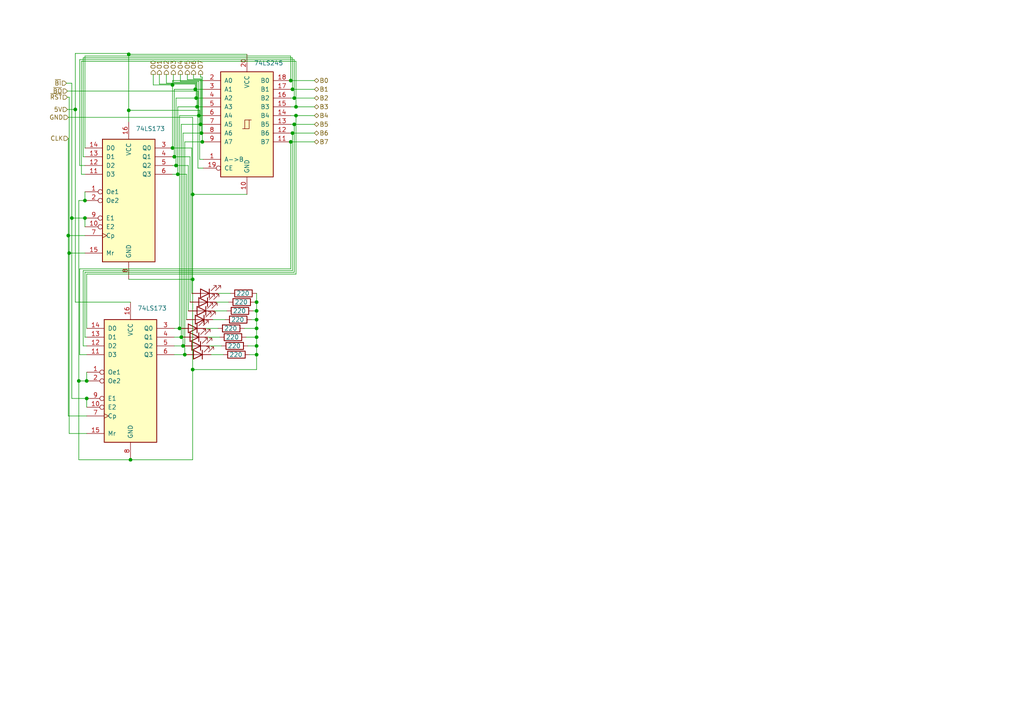
<source format=kicad_sch>
(kicad_sch (version 20211123) (generator eeschema)
  (paper "A4")
  (lib_symbols
    (symbol "74xx:74LS173" (pin_names (offset 1.016))
      (property "Reference" "U" (at -7.62 19.05 0))
      (property "Value" "74LS173" (at -7.62 -19.05 0))
      (symbol "74LS173_1_0"
        (pin input inverted (at -12.7 2.54 0) (length 5.08) (name "Oe1") (number "1"))
        (pin input inverted (at -12.7 -7.62 0) (length 5.08) (name "E2") (number "10"))
        (pin input line (at -12.7 7.62 0) (length 5.08) (name "D3") (number "11"))
        (pin input line (at -12.7 10.16 0) (length 5.08) (name "D2") (number "12"))
        (pin input line (at -12.7 12.7 0) (length 5.08) (name "D1") (number "13"))
        (pin input line (at -12.7 15.24 0) (length 5.08) (name "D0") (number "14"))
        (pin input line (at -12.7 -15.24 0) (length 5.08) (name "Mr") (number "15"))
        (pin power_in line (at 0 22.86 270) (length 5.08) (name "VCC") (number "16"))
        (pin input inverted (at -12.7 0 0) (length 5.08) (name "Oe2") (number "2"))
        (pin tri_state line (at 12.7 15.24 180) (length 5.08) (name "Q0") (number "3"))
        (pin tri_state line (at 12.7 12.7 180) (length 5.08) (name "Q1") (number "4"))
        (pin tri_state line (at 12.7 10.16 180) (length 5.08) (name "Q2") (number "5"))
        (pin tri_state line (at 12.7 7.62 180) (length 5.08) (name "Q3") (number "6"))
        (pin input clock (at -12.7 -10.16 0) (length 5.08) (name "Cp") (number "7"))
        (pin power_in line (at 0 -22.86 90) (length 5.08) (name "GND") (number "8"))
        (pin input inverted (at -12.7 -5.08 0) (length 5.08) (name "E1") (number "9"))
      )
      (symbol "74LS173_1_1"
        (rectangle (start -7.62 17.78) (end 7.62 -17.78) (stroke (width 0.254)) (fill (type background)))
      )
    )
    (symbol "74xx:74LS245" (pin_names (offset 1.016))
      (property "Reference" "U" (at -7.62 16.51 0))
      (property "Value" "74LS245" (at -7.62 -16.51 0))
      (symbol "74LS245_1_0"
        (polyline (pts (xy -0.635 -1.27) (xy -0.635 1.27) (xy 0.635 1.27)))
        (polyline (pts (xy -1.27 -1.27) (xy 0.635 -1.27) (xy 0.635 1.27) (xy 1.27 1.27)))
        (pin input line (at -12.7 -10.16 0) (length 5.08) (name "A->B") (number "1"))
        (pin power_in line (at 0 -20.32 90) (length 5.08) (name "GND") (number "10"))
        (pin tri_state line (at 12.7 -5.08 180) (length 5.08) (name "B7") (number "11"))
        (pin tri_state line (at 12.7 -2.54 180) (length 5.08) (name "B6") (number "12"))
        (pin tri_state line (at 12.7 0 180) (length 5.08) (name "B5") (number "13"))
        (pin tri_state line (at 12.7 2.54 180) (length 5.08) (name "B4") (number "14"))
        (pin tri_state line (at 12.7 5.08 180) (length 5.08) (name "B3") (number "15"))
        (pin tri_state line (at 12.7 7.62 180) (length 5.08) (name "B2") (number "16"))
        (pin tri_state line (at 12.7 10.16 180) (length 5.08) (name "B1") (number "17"))
        (pin tri_state line (at 12.7 12.7 180) (length 5.08) (name "B0") (number "18"))
        (pin input inverted (at -12.7 -12.7 0) (length 5.08) (name "CE") (number "19"))
        (pin tri_state line (at -12.7 12.7 0) (length 5.08) (name "A0") (number "2"))
        (pin power_in line (at 0 20.32 270) (length 5.08) (name "VCC") (number "20"))
        (pin tri_state line (at -12.7 10.16 0) (length 5.08) (name "A1") (number "3"))
        (pin tri_state line (at -12.7 7.62 0) (length 5.08) (name "A2") (number "4"))
        (pin tri_state line (at -12.7 5.08 0) (length 5.08) (name "A3") (number "5"))
        (pin tri_state line (at -12.7 2.54 0) (length 5.08) (name "A4") (number "6"))
        (pin tri_state line (at -12.7 0 0) (length 5.08) (name "A5") (number "7"))
        (pin tri_state line (at -12.7 -2.54 0) (length 5.08) (name "A6") (number "8"))
        (pin tri_state line (at -12.7 -5.08 0) (length 5.08) (name "A7") (number "9"))
      )
      (symbol "74LS245_1_1"
        (rectangle (start -7.62 15.24) (end 7.62 -15.24) (stroke (width 0.254)) (fill (type background)))
      )
    )
    (symbol "Device:LED" (pin_numbers hide) (pin_names (offset 1.016) hide)
      (property "Reference" "D" (at 0 2.54 0))
      (property "Value" "LED" (at 0 -2.54 0))
      (symbol "LED_0_1"
        (polyline (pts (xy -1.27 -1.27) (xy -1.27 1.27)) (stroke (width 0.254)))
        (polyline (pts (xy -1.27 0) (xy 1.27 0)))
        (polyline (pts (xy 1.27 -1.27) (xy 1.27 1.27) (xy -1.27 0) (xy 1.27 -1.27)) (stroke (width 0.254)))
        (polyline (pts (xy -3.048 -0.762) (xy -4.572 -2.286) (xy -3.81 -2.286) (xy -4.572 -2.286) (xy -4.572 -1.524)))
        (polyline (pts (xy -1.778 -0.762) (xy -3.302 -2.286) (xy -2.54 -2.286) (xy -3.302 -2.286) (xy -3.302 -1.524)))
      )
      (symbol "LED_1_1"
        (pin passive line (at -3.81 0 0) (length 2.54) (name "K") (number "1"))
        (pin passive line (at 3.81 0 180) (length 2.54) (name "A") (number "2"))
      )
    )
    (symbol "Device:R" (pin_numbers hide) (pin_names (offset 0))
      (property "Reference" "R" (at 2.032 0 90))
      (property "Value" "R" (at 0 0 90))
      (symbol "R_0_1"
        (rectangle (start -1.016 -2.54) (end 1.016 2.54) (stroke (width 0.254)))
      )
      (symbol "R_1_1"
        (pin passive line (at 0 3.81 270) (length 1.27) (name "~") (number "1"))
        (pin passive line (at 0 -3.81 90) (length 1.27) (name "~") (number "2"))
      )
    )
  )
  (junction (at 55.88 107.188))
  (junction (at 52.07 95.25))
  (junction (at 57.15 30.988))
  (junction (at 50.038 42.926))
  (junction (at 84.836 38.608))
  (junction (at 58.674 41.148))
  (junction (at 52.578 97.79))
  (junction (at 74.422 92.71))
  (junction (at 53.086 100.33))
  (junction (at 74.422 100.33))
  (junction (at 57.658 33.528))
  (junction (at 84.836 25.908))
  (junction (at 37.338 15.748))
  (junction (at 20.828 63.246))
  (junction (at 85.344 36.068))
  (junction (at 51.562 50.546))
  (junction (at 85.852 30.988))
  (junction (at 51.054 48.006))
  (junction (at 55.88 81.026))
  (junction (at 50.038 24.638))
  (junction (at 74.422 90.17))
  (junction (at 58.42 38.608))
  (junction (at 37.338 32.004))
  (junction (at 55.88 56.388))
  (junction (at 84.328 41.148))
  (junction (at 24.638 63.246))
  (junction (at 50.546 45.466))
  (junction (at 24.638 58.166))
  (junction (at 85.344 28.448))
  (junction (at 84.328 23.368))
  (junction (at 37.846 133.35))
  (junction (at 85.852 33.528))
  (junction (at 22.86 110.49))
  (junction (at 20.066 73.406))
  (junction (at 21.844 31.75))
  (junction (at 74.422 102.87))
  (junction (at 25.146 110.49))
  (junction (at 74.422 97.79))
  (junction (at 74.422 95.25))
  (junction (at 19.812 68.326))
  (junction (at 53.594 102.87))
  (junction (at 56.642 25.908))
  (junction (at 74.422 87.63))
  (junction (at 25.146 115.57))
  (junction (at 58.166 36.068))
  (junction (at 56.896 28.448))
  (wire (pts (xy 21.844 15.494) (xy 37.338 15.494)))
  (wire (pts (xy 37.338 15.748) (xy 37.338 32.004)))
  (wire (pts (xy 24.13 16.764) (xy 24.13 45.466)))
  (wire (pts (xy 24.13 100.33) (xy 24.13 78.486)))
  (wire (pts (xy 57.912 46.228) (xy 57.912 32.004)))
  (wire (pts (xy 85.852 33.528) (xy 91.186 33.528)))
  (wire (pts (xy 50.038 50.546) (xy 51.562 50.546)))
  (wire (pts (xy 24.638 16.256) (xy 84.328 16.256)))
  (wire (pts (xy 58.166 23.114) (xy 58.166 36.068)))
  (wire (pts (xy 50.546 95.25) (xy 52.07 95.25)))
  (wire (pts (xy 84.328 38.608) (xy 84.836 38.608)))
  (wire (pts (xy 37.338 32.004) (xy 37.338 35.306)))
  (wire (pts (xy 57.658 33.528) (xy 58.928 33.528)))
  (wire (pts (xy 19.812 40.132) (xy 19.812 68.326)))
  (wire (pts (xy 20.828 24.13) (xy 20.828 63.246)))
  (wire (pts (xy 84.328 23.368) (xy 91.186 23.368)))
  (wire (pts (xy 60.198 97.79) (xy 63.754 97.79)))
  (wire (pts (xy 20.828 63.246) (xy 24.638 63.246)))
  (wire (pts (xy 50.546 45.466) (xy 50.546 25.908)))
  (wire (pts (xy 20.066 28.194) (xy 20.066 73.406)))
  (wire (pts (xy 53.594 102.87) (xy 50.546 102.87)))
  (wire (pts (xy 55.118 45.466) (xy 55.118 87.63)))
  (wire (pts (xy 50.292 23.876) (xy 57.15 23.876)))
  (wire (pts (xy 84.328 30.988) (xy 85.852 30.988)))
  (wire (pts (xy 25.146 107.95) (xy 25.146 110.49)))
  (wire (pts (xy 85.852 30.988) (xy 85.852 17.78)))
  (wire (pts (xy 84.328 41.148) (xy 91.186 41.148)))
  (wire (pts (xy 62.23 90.17) (xy 65.786 90.17)))
  (wire (pts (xy 58.166 36.068) (xy 52.578 36.068)))
  (wire (pts (xy 25.146 95.25) (xy 25.146 79.502)))
  (wire (pts (xy 56.134 22.86) (xy 58.42 22.86)))
  (wire (pts (xy 52.07 95.25) (xy 52.07 33.528)))
  (wire (pts (xy 24.638 42.926) (xy 24.638 16.256)))
  (wire (pts (xy 21.844 31.75) (xy 21.844 87.63)))
  (wire (pts (xy 25.146 115.57) (xy 25.146 118.11)))
  (wire (pts (xy 58.928 41.148) (xy 58.674 41.148)))
  (wire (pts (xy 50.292 21.59) (xy 50.292 23.876)))
  (wire (pts (xy 44.45 21.59) (xy 44.45 24.638)))
  (wire (pts (xy 74.422 100.33) (xy 74.422 97.79)))
  (wire (pts (xy 85.344 36.068) (xy 91.186 36.068)))
  (wire (pts (xy 85.852 17.78) (xy 23.622 17.78)))
  (wire (pts (xy 61.722 92.71) (xy 65.278 92.71)))
  (wire (pts (xy 19.812 34.036) (xy 55.88 34.036)))
  (wire (pts (xy 55.88 133.35) (xy 37.846 133.35)))
  (wire (pts (xy 37.338 15.494) (xy 37.338 15.748)))
  (wire (pts (xy 52.324 23.622) (xy 57.658 23.622)))
  (wire (pts (xy 70.866 95.25) (xy 74.422 95.25)))
  (wire (pts (xy 19.812 68.326) (xy 24.638 68.326)))
  (wire (pts (xy 53.086 38.608) (xy 58.42 38.608)))
  (wire (pts (xy 84.328 41.148) (xy 84.328 77.978)))
  (wire (pts (xy 51.562 50.546) (xy 51.562 30.988)))
  (wire (pts (xy 51.562 30.988) (xy 57.15 30.988)))
  (wire (pts (xy 52.578 97.79) (xy 50.546 97.79)))
  (wire (pts (xy 23.114 48.006) (xy 23.114 17.272)))
  (wire (pts (xy 52.324 21.59) (xy 52.324 23.622)))
  (wire (pts (xy 55.88 56.388) (xy 71.628 56.388)))
  (wire (pts (xy 50.038 23.368) (xy 50.038 24.638)))
  (wire (pts (xy 62.738 87.63) (xy 66.294 87.63)))
  (wire (pts (xy 55.88 107.188) (xy 74.422 107.188)))
  (wire (pts (xy 50.546 100.33) (xy 53.086 100.33)))
  (wire (pts (xy 46.228 24.384) (xy 56.642 24.384)))
  (wire (pts (xy 24.638 55.626) (xy 24.638 58.166)))
  (wire (pts (xy 84.328 33.528) (xy 85.852 33.528)))
  (wire (pts (xy 58.166 21.59) (xy 58.166 22.352)))
  (wire (pts (xy 56.134 21.59) (xy 56.134 22.86)))
  (wire (pts (xy 54.61 90.17) (xy 54.61 48.006)))
  (wire (pts (xy 53.594 41.148) (xy 53.594 102.87)))
  (wire (pts (xy 85.344 17.272) (xy 85.344 28.448)))
  (wire (pts (xy 24.638 97.79) (xy 25.146 97.79)))
  (wire (pts (xy 54.102 50.546) (xy 54.102 92.71)))
  (wire (pts (xy 85.852 79.502) (xy 85.852 33.528)))
  (wire (pts (xy 61.214 102.87) (xy 64.77 102.87)))
  (wire (pts (xy 48.26 21.59) (xy 48.26 24.13)))
  (wire (pts (xy 57.658 23.622) (xy 57.658 33.528)))
  (wire (pts (xy 55.88 34.036) (xy 55.88 56.388)))
  (wire (pts (xy 23.622 50.546) (xy 24.638 50.546)))
  (wire (pts (xy 55.626 85.09) (xy 55.626 42.926)))
  (wire (pts (xy 58.928 36.068) (xy 58.166 36.068)))
  (wire (pts (xy 74.422 107.188) (xy 74.422 102.87)))
  (wire (pts (xy 22.86 133.35) (xy 37.846 133.35)))
  (wire (pts (xy 84.836 25.908) (xy 84.836 16.764)))
  (wire (pts (xy 37.338 15.748) (xy 71.628 15.748)))
  (wire (pts (xy 72.39 102.87) (xy 74.422 102.87)))
  (wire (pts (xy 74.422 102.87) (xy 74.422 100.33)))
  (wire (pts (xy 74.422 90.17) (xy 74.422 87.63)))
  (wire (pts (xy 72.898 92.71) (xy 74.422 92.71)))
  (wire (pts (xy 84.836 16.764) (xy 24.13 16.764)))
  (wire (pts (xy 74.422 97.79) (xy 74.422 95.25)))
  (wire (pts (xy 19.304 24.13) (xy 20.828 24.13)))
  (wire (pts (xy 54.356 23.114) (xy 58.166 23.114)))
  (wire (pts (xy 50.038 45.466) (xy 50.546 45.466)))
  (wire (pts (xy 58.42 22.86) (xy 58.42 38.608)))
  (wire (pts (xy 71.882 100.33) (xy 74.422 100.33)))
  (wire (pts (xy 55.88 107.188) (xy 55.88 133.35)))
  (wire (pts (xy 20.828 63.246) (xy 20.828 115.57)))
  (wire (pts (xy 50.038 24.638) (xy 50.038 42.926)))
  (wire (pts (xy 24.638 58.166) (xy 22.86 58.166)))
  (wire (pts (xy 57.912 32.004) (xy 37.338 32.004)))
  (wire (pts (xy 85.344 28.448) (xy 91.186 28.448)))
  (wire (pts (xy 21.844 87.63) (xy 37.846 87.63)))
  (wire (pts (xy 58.928 46.228) (xy 57.912 46.228)))
  (wire (pts (xy 46.228 21.59) (xy 46.228 24.384)))
  (wire (pts (xy 85.852 30.988) (xy 91.186 30.988)))
  (wire (pts (xy 58.42 38.608) (xy 58.928 38.608)))
  (wire (pts (xy 25.146 100.33) (xy 24.13 100.33)))
  (wire (pts (xy 55.88 56.388) (xy 55.88 81.026)))
  (wire (pts (xy 20.828 115.57) (xy 25.146 115.57)))
  (wire (pts (xy 73.406 90.17) (xy 74.422 90.17)))
  (wire (pts (xy 24.638 48.006) (xy 23.114 48.006)))
  (wire (pts (xy 19.558 26.416) (xy 57.404 26.416)))
  (wire (pts (xy 85.344 78.994) (xy 24.638 78.994)))
  (wire (pts (xy 57.15 30.988) (xy 58.928 30.988)))
  (wire (pts (xy 74.422 87.63) (xy 74.422 85.09)))
  (wire (pts (xy 51.054 48.006) (xy 50.038 48.006)))
  (wire (pts (xy 84.328 77.978) (xy 23.114 77.978)))
  (wire (pts (xy 60.706 100.33) (xy 64.262 100.33)))
  (wire (pts (xy 84.836 38.608) (xy 84.836 78.486)))
  (wire (pts (xy 58.928 23.368) (xy 50.038 23.368)))
  (wire (pts (xy 53.086 100.33) (xy 53.086 38.608)))
  (wire (pts (xy 84.328 36.068) (xy 85.344 36.068)))
  (wire (pts (xy 21.844 15.494) (xy 21.844 31.75)))
  (wire (pts (xy 58.166 22.352) (xy 58.674 22.352)))
  (wire (pts (xy 56.642 24.384) (xy 56.642 25.908)))
  (wire (pts (xy 84.836 25.908) (xy 91.186 25.908)))
  (wire (pts (xy 85.344 36.068) (xy 85.344 78.994)))
  (wire (pts (xy 19.558 28.194) (xy 20.066 28.194)))
  (wire (pts (xy 22.86 110.49) (xy 22.86 133.35)))
  (wire (pts (xy 58.674 41.148) (xy 53.594 41.148)))
  (wire (pts (xy 58.674 22.352) (xy 58.674 41.148)))
  (wire (pts (xy 59.69 95.25) (xy 63.246 95.25)))
  (wire (pts (xy 44.45 24.638) (xy 50.038 24.638)))
  (wire (pts (xy 22.86 110.49) (xy 25.146 110.49)))
  (wire (pts (xy 54.61 48.006) (xy 51.054 48.006)))
  (wire (pts (xy 19.812 120.65) (xy 25.146 120.65)))
  (wire (pts (xy 52.578 36.068) (xy 52.578 97.79)))
  (wire (pts (xy 74.422 90.17) (xy 74.422 92.71)))
  (wire (pts (xy 57.404 48.768) (xy 58.928 48.768)))
  (wire (pts (xy 51.054 28.448) (xy 51.054 48.006)))
  (wire (pts (xy 24.638 78.994) (xy 24.638 97.79)))
  (wire (pts (xy 58.928 28.448) (xy 56.896 28.448)))
  (wire (pts (xy 24.638 63.246) (xy 24.638 65.786)))
  (wire (pts (xy 50.546 25.908) (xy 56.642 25.908)))
  (wire (pts (xy 20.066 73.406) (xy 20.066 125.73)))
  (wire (pts (xy 20.066 125.73) (xy 25.146 125.73)))
  (wire (pts (xy 84.328 28.448) (xy 85.344 28.448)))
  (wire (pts (xy 25.146 79.502) (xy 85.852 79.502)))
  (wire (pts (xy 63.246 85.09) (xy 66.802 85.09)))
  (wire (pts (xy 50.546 45.466) (xy 55.118 45.466)))
  (wire (pts (xy 19.812 68.326) (xy 19.812 120.65)))
  (wire (pts (xy 51.562 50.546) (xy 54.102 50.546)))
  (wire (pts (xy 23.622 17.78) (xy 23.622 50.546)))
  (wire (pts (xy 57.15 23.876) (xy 57.15 30.988)))
  (wire (pts (xy 24.13 45.466) (xy 24.638 45.466)))
  (wire (pts (xy 54.356 21.59) (xy 54.356 23.114)))
  (wire (pts (xy 74.422 92.71) (xy 74.422 95.25)))
  (wire (pts (xy 56.896 24.13) (xy 56.896 28.448)))
  (wire (pts (xy 55.626 42.926) (xy 50.038 42.926)))
  (wire (pts (xy 48.26 24.13) (xy 56.896 24.13)))
  (wire (pts (xy 73.914 87.63) (xy 74.422 87.63)))
  (wire (pts (xy 19.558 31.75) (xy 21.844 31.75)))
  (wire (pts (xy 52.07 33.528) (xy 57.658 33.528)))
  (wire (pts (xy 23.114 17.272) (xy 85.344 17.272)))
  (wire (pts (xy 84.836 38.608) (xy 91.186 38.608)))
  (wire (pts (xy 24.13 78.486) (xy 84.836 78.486)))
  (wire (pts (xy 55.88 81.026) (xy 37.338 81.026)))
  (wire (pts (xy 56.896 28.448) (xy 51.054 28.448)))
  (wire (pts (xy 23.114 77.978) (xy 23.114 102.87)))
  (wire (pts (xy 84.328 25.908) (xy 84.836 25.908)))
  (wire (pts (xy 84.328 16.256) (xy 84.328 23.368)))
  (wire (pts (xy 56.642 25.908) (xy 58.928 25.908)))
  (wire (pts (xy 23.114 102.87) (xy 25.146 102.87)))
  (wire (pts (xy 71.374 97.79) (xy 74.422 97.79)))
  (wire (pts (xy 20.066 73.406) (xy 24.638 73.406)))
  (wire (pts (xy 22.86 58.166) (xy 22.86 110.49)))
  (wire (pts (xy 57.404 26.416) (xy 57.404 48.768)))
  (wire (pts (xy 55.88 81.026) (xy 55.88 107.188)))
  (hierarchical_label "O4" (shape output) (at 52.324 21.59 90))
  (hierarchical_label "O2" (shape output) (at 48.26 21.59 90))
  (hierarchical_label "5V" (shape input) (at 19.558 31.75 180))
  (hierarchical_label "O3" (shape output) (at 50.292 21.59 90))
  (hierarchical_label "B4" (shape bidirectional) (at 91.186 33.528 0))
  (hierarchical_label "B2" (shape bidirectional) (at 91.186 28.448 0))
  (hierarchical_label "O7" (shape output) (at 58.166 21.59 90))
  (hierarchical_label "B0" (shape bidirectional) (at 91.186 23.368 0))
  (hierarchical_label "~{BI}" (shape input) (at 19.304 24.13 180))
  (hierarchical_label "B3" (shape bidirectional) (at 91.186 30.988 0))
  (hierarchical_label "O5" (shape output) (at 54.356 21.59 90))
  (hierarchical_label "O6" (shape output) (at 56.134 21.59 90))
  (hierarchical_label "~{RST}" (shape input) (at 19.558 28.194 180))
  (hierarchical_label "O1" (shape output) (at 46.228 21.59 90))
  (hierarchical_label "~{BO}" (shape input) (at 19.558 26.416 180))
  (hierarchical_label "B1" (shape bidirectional) (at 91.186 25.908 0))
  (hierarchical_label "B5" (shape bidirectional) (at 91.186 36.068 0))
  (hierarchical_label "GND" (shape input) (at 19.812 34.036 180))
  (hierarchical_label "B7" (shape bidirectional) (at 91.186 41.148 0))
  (hierarchical_label "B6" (shape bidirectional) (at 91.186 38.608 0))
  (hierarchical_label "O0" (shape output) (at 44.45 21.59 90))
  (hierarchical_label "CLK" (shape input) (at 19.812 40.132 180))
  (symbol (lib_id "Device:R") (at 69.088 92.71 90) (unit 1)
    (property "Reference" "R?" (effects hide))
    (property "Value" "220" (at 70.866 92.71 90) (effects (justify left)))
  )
  (symbol (lib_id "Device:R") (at 67.564 97.79 90) (unit 1)
    (property "Reference" "R?" (effects hide))
    (property "Value" "220" (at 69.342 97.79 90) (effects (justify left)))
  )
  (symbol (lib_id "Device:LED") (at 57.912 92.71 180) (unit 1)
    (property "Reference" "D?" (effects hide))
    (property "Value" "Yellow LED" (effects hide))
  )
  (symbol (lib_id "Device:R") (at 70.104 87.63 90) (unit 1)
    (property "Reference" "R?" (effects hide))
    (property "Value" "220" (at 71.882 87.63 90) (effects (justify left)))
  )
  (symbol (lib_id "74xx:74LS173") (at 37.846 110.49 0) (unit 1)
    (property "Reference" "U?" (effects hide))
    (property "Value" "74LS173" (at 39.8654 89.408 0) (effects (justify left)))
    (property "Datasheet" "http://www.ti.com/lit/gpn/sn74LS173" (effects hide))
  )
  (symbol (lib_id "Device:LED") (at 56.896 100.33 180) (unit 1)
    (property "Reference" "D?" (effects hide))
    (property "Value" "Yellow LED" (effects hide))
  )
  (symbol (lib_id "74xx:74LS245") (at 71.628 36.068 0) (unit 1)
    (property "Reference" "U?" (effects hide))
    (property "Value" "74LS245" (at 73.6474 18.288 0) (effects (justify left)))
    (property "Datasheet" "http://www.ti.com/lit/gpn/sn74LS245" (effects hide))
  )
  (symbol (lib_id "74xx:74LS173") (at 37.338 58.166 0) (unit 1)
    (property "Reference" "U?" (effects hide))
    (property "Value" "74LS173" (at 39.3574 37.338 0) (effects (justify left)))
    (property "Datasheet" "http://www.ti.com/lit/gpn/sn74LS173" (effects hide))
  )
  (symbol (lib_id "Device:R") (at 69.596 90.17 90) (unit 1)
    (property "Reference" "R?" (effects hide))
    (property "Value" "220" (at 71.374 90.17 90) (effects (justify left)))
  )
  (symbol (lib_id "Device:LED") (at 57.404 102.87 180) (unit 1)
    (property "Reference" "D?" (effects hide))
    (property "Value" "Yellow LED" (effects hide))
  )
  (symbol (lib_id "Device:LED") (at 55.88 95.25 180) (unit 1)
    (property "Reference" "D?" (effects hide))
    (property "Value" "Yellow LED" (effects hide))
  )
  (symbol (lib_id "Device:R") (at 67.056 95.25 90) (unit 1)
    (property "Reference" "R?" (effects hide))
    (property "Value" "220" (at 68.834 95.25 90) (effects (justify left)))
  )
  (symbol (lib_id "Device:LED") (at 58.928 87.63 180) (unit 1)
    (property "Reference" "D?" (effects hide))
    (property "Value" "Yellow LED" (effects hide))
  )
  (symbol (lib_id "Device:LED") (at 58.42 90.17 180) (unit 1)
    (property "Reference" "D?" (effects hide))
    (property "Value" "Yellow LED" (effects hide))
  )
  (symbol (lib_id "Device:LED") (at 56.388 97.79 180) (unit 1)
    (property "Reference" "D?" (effects hide))
    (property "Value" "Yellow LED" (effects hide))
  )
  (symbol (lib_id "Device:R") (at 70.612 85.09 90) (unit 1)
    (property "Reference" "R?" (effects hide))
    (property "Value" "220" (at 72.39 85.09 90) (effects (justify left)))
  )
  (symbol (lib_id "Device:LED") (at 59.436 85.09 180) (unit 1)
    (property "Reference" "D?" (effects hide))
    (property "Value" "Yellow LED" (effects hide))
  )
  (symbol (lib_id "Device:R") (at 68.072 100.33 90) (unit 1)
    (property "Reference" "R?" (effects hide))
    (property "Value" "220" (at 69.85 100.33 90) (effects (justify left)))
  )
  (symbol (lib_id "Device:R") (at 68.58 102.87 90) (unit 1)
    (property "Reference" "R?" (effects hide))
    (property "Value" "220" (at 70.358 102.87 90) (effects (justify left)))
  )
)
</source>
